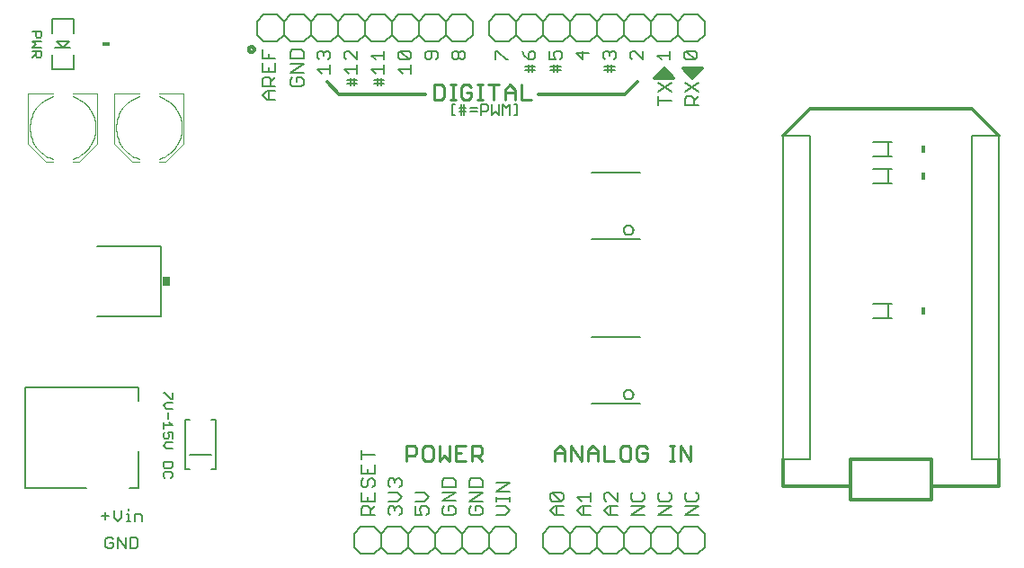
<source format=gto>
G75*
G70*
%OFA0B0*%
%FSLAX24Y24*%
%IPPOS*%
%LPD*%
%AMOC8*
5,1,8,0,0,1.08239X$1,22.5*
%
%ADD10C,0.0120*%
%ADD11C,0.0070*%
%ADD12C,0.0100*%
%ADD13C,0.0060*%
%ADD14C,0.0080*%
%ADD15R,0.0300X0.0340*%
%ADD16C,0.0040*%
%ADD17R,0.0300X0.0180*%
%ADD18R,0.0180X0.0300*%
D10*
X038240Y020883D02*
X038690Y020433D01*
X041890Y020433D01*
X046090Y020433D02*
X049290Y020433D01*
X049740Y020883D01*
X050390Y021033D02*
X050740Y021383D01*
X051090Y021033D01*
X050390Y021033D01*
X050540Y021083D02*
X050740Y021283D01*
X050940Y021083D01*
X050640Y021083D01*
X050790Y021183D01*
X051440Y021383D02*
X051790Y021033D01*
X052140Y021383D01*
X051440Y021383D01*
X051590Y021333D02*
X051990Y021333D01*
X051790Y021133D01*
X051640Y021283D01*
X051840Y021283D01*
X051790Y021233D02*
X051790Y021183D01*
X055140Y018883D02*
X056140Y019883D01*
X062140Y019883D01*
X063140Y018883D01*
X063140Y006883D02*
X063140Y005883D01*
X060640Y005883D01*
X060640Y006883D01*
X057640Y006883D01*
X057640Y005883D01*
X055140Y005883D01*
X055140Y006883D01*
X057640Y005883D02*
X057640Y005383D01*
X060640Y005383D01*
X060640Y005883D01*
X035340Y022083D02*
X035342Y022103D01*
X035348Y022121D01*
X035357Y022139D01*
X035369Y022154D01*
X035384Y022166D01*
X035402Y022175D01*
X035420Y022181D01*
X035440Y022183D01*
X035460Y022181D01*
X035478Y022175D01*
X035496Y022166D01*
X035511Y022154D01*
X035523Y022139D01*
X035532Y022121D01*
X035538Y022103D01*
X035540Y022083D01*
X035538Y022063D01*
X035532Y022045D01*
X035523Y022027D01*
X035511Y022012D01*
X035496Y022000D01*
X035478Y021991D01*
X035460Y021985D01*
X035440Y021983D01*
X035420Y021985D01*
X035402Y021991D01*
X035384Y022000D01*
X035369Y022012D01*
X035357Y022027D01*
X035348Y022045D01*
X035342Y022063D01*
X035340Y022083D01*
D11*
X035836Y022085D02*
X035836Y021758D01*
X036327Y021758D01*
X036327Y021569D02*
X036327Y021242D01*
X035836Y021242D01*
X035836Y021569D01*
X036082Y021406D02*
X036082Y021242D01*
X036082Y021054D02*
X036163Y020972D01*
X036163Y020727D01*
X036163Y020890D02*
X036327Y021054D01*
X036082Y021054D02*
X035918Y021054D01*
X035836Y020972D01*
X035836Y020727D01*
X036327Y020727D01*
X036327Y020538D02*
X036000Y020538D01*
X035836Y020374D01*
X036000Y020211D01*
X036327Y020211D01*
X036082Y020211D02*
X036082Y020538D01*
X036882Y020798D02*
X036964Y020717D01*
X037291Y020717D01*
X037372Y020798D01*
X037372Y020962D01*
X037291Y021044D01*
X037127Y021044D01*
X037127Y020880D01*
X036964Y021044D02*
X036882Y020962D01*
X036882Y020798D01*
X036882Y021232D02*
X037372Y021559D01*
X036882Y021559D01*
X036882Y021748D02*
X036882Y021993D01*
X036964Y022075D01*
X037291Y022075D01*
X037372Y021993D01*
X037372Y021748D01*
X036882Y021748D01*
X036082Y021758D02*
X036082Y021921D01*
X036882Y021232D02*
X037372Y021232D01*
X037875Y021351D02*
X038365Y021351D01*
X038365Y021514D02*
X038365Y021187D01*
X038038Y021187D02*
X037875Y021351D01*
X037956Y021703D02*
X037875Y021784D01*
X037875Y021948D01*
X037956Y022030D01*
X038038Y022030D01*
X038120Y021948D01*
X038202Y022030D01*
X038283Y022030D01*
X038365Y021948D01*
X038365Y021784D01*
X038283Y021703D01*
X038120Y021866D02*
X038120Y021948D01*
X038875Y021948D02*
X038875Y021784D01*
X038956Y021703D01*
X038875Y021948D02*
X038956Y022030D01*
X039038Y022030D01*
X039365Y021703D01*
X039365Y022030D01*
X039875Y021866D02*
X040038Y021703D01*
X039875Y021866D02*
X040365Y021866D01*
X040365Y021703D02*
X040365Y022030D01*
X040875Y021948D02*
X040956Y022030D01*
X041283Y021703D01*
X041365Y021784D01*
X041365Y021948D01*
X041283Y022030D01*
X040956Y022030D01*
X040875Y021948D02*
X040875Y021784D01*
X040956Y021703D01*
X041283Y021703D01*
X041365Y021514D02*
X041365Y021187D01*
X041365Y021351D02*
X040875Y021351D01*
X041038Y021187D01*
X040365Y021187D02*
X040365Y021514D01*
X040365Y021351D02*
X039875Y021351D01*
X040038Y021187D01*
X039365Y021187D02*
X039365Y021514D01*
X039365Y021351D02*
X038875Y021351D01*
X039038Y021187D01*
X041875Y021784D02*
X041956Y021703D01*
X042038Y021703D01*
X042120Y021784D01*
X042120Y022030D01*
X042283Y022030D02*
X041956Y022030D01*
X041875Y021948D01*
X041875Y021784D01*
X042283Y021703D02*
X042365Y021784D01*
X042365Y021948D01*
X042283Y022030D01*
X042875Y021948D02*
X042956Y022030D01*
X043038Y022030D01*
X043120Y021948D01*
X043120Y021784D01*
X043038Y021703D01*
X042956Y021703D01*
X042875Y021784D01*
X042875Y021948D01*
X043120Y021948D02*
X043202Y022030D01*
X043283Y022030D01*
X043365Y021948D01*
X043365Y021784D01*
X043283Y021703D01*
X043202Y021703D01*
X043120Y021784D01*
X044475Y021703D02*
X044475Y022030D01*
X044556Y022030D01*
X044883Y021703D01*
X044965Y021703D01*
X045475Y022030D02*
X045556Y021866D01*
X045720Y021703D01*
X045720Y021948D01*
X045802Y022030D01*
X045883Y022030D01*
X045965Y021948D01*
X045965Y021784D01*
X045883Y021703D01*
X045720Y021703D01*
X046475Y021703D02*
X046475Y022030D01*
X046638Y021948D02*
X046720Y022030D01*
X046883Y022030D01*
X046965Y021948D01*
X046965Y021784D01*
X046883Y021703D01*
X046720Y021703D02*
X046638Y021866D01*
X046638Y021948D01*
X046720Y021703D02*
X046475Y021703D01*
X047475Y021948D02*
X047720Y021703D01*
X047720Y022030D01*
X047965Y021948D02*
X047475Y021948D01*
X048475Y021948D02*
X048475Y021784D01*
X048556Y021703D01*
X048720Y021866D02*
X048720Y021948D01*
X048802Y022030D01*
X048883Y022030D01*
X048965Y021948D01*
X048965Y021784D01*
X048883Y021703D01*
X048720Y021948D02*
X048638Y022030D01*
X048556Y022030D01*
X048475Y021948D01*
X049475Y021948D02*
X049475Y021784D01*
X049556Y021703D01*
X049475Y021948D02*
X049556Y022030D01*
X049638Y022030D01*
X049965Y021703D01*
X049965Y022030D01*
X050475Y021866D02*
X050638Y021703D01*
X050475Y021866D02*
X050965Y021866D01*
X050965Y021703D02*
X050965Y022030D01*
X051475Y021948D02*
X051556Y022030D01*
X051883Y021703D01*
X051965Y021784D01*
X051965Y021948D01*
X051883Y022030D01*
X051556Y022030D01*
X051475Y021948D02*
X051475Y021784D01*
X051556Y021703D01*
X051883Y021703D01*
X039514Y007208D02*
X039514Y006881D01*
X039514Y007044D02*
X040005Y007044D01*
X040005Y006692D02*
X040005Y006365D01*
X039514Y006365D01*
X039514Y006692D01*
X039760Y006529D02*
X039760Y006365D01*
X039841Y006177D02*
X039923Y006177D01*
X040005Y006095D01*
X040005Y005931D01*
X039923Y005850D01*
X039760Y005931D02*
X039760Y006095D01*
X039841Y006177D01*
X039596Y006177D02*
X039514Y006095D01*
X039514Y005931D01*
X039596Y005850D01*
X039678Y005850D01*
X039760Y005931D01*
X040005Y005661D02*
X040005Y005334D01*
X039514Y005334D01*
X039514Y005661D01*
X039760Y005497D02*
X039760Y005334D01*
X039760Y005145D02*
X039841Y005063D01*
X039841Y004818D01*
X039841Y004982D02*
X040005Y005145D01*
X039760Y005145D02*
X039596Y005145D01*
X039514Y005063D01*
X039514Y004818D01*
X040005Y004818D01*
X040514Y004900D02*
X040514Y005063D01*
X040596Y005145D01*
X040678Y005145D01*
X040760Y005063D01*
X040841Y005145D01*
X040923Y005145D01*
X041005Y005063D01*
X041005Y004900D01*
X040923Y004818D01*
X040760Y004982D02*
X040760Y005063D01*
X040841Y005334D02*
X041005Y005497D01*
X040841Y005661D01*
X040514Y005661D01*
X040596Y005850D02*
X040514Y005931D01*
X040514Y006095D01*
X040596Y006176D01*
X040678Y006176D01*
X040760Y006095D01*
X040841Y006176D01*
X040923Y006176D01*
X041005Y006095D01*
X041005Y005931D01*
X040923Y005850D01*
X040760Y006013D02*
X040760Y006095D01*
X041514Y005661D02*
X041841Y005661D01*
X042005Y005497D01*
X041841Y005334D01*
X041514Y005334D01*
X041514Y005145D02*
X041514Y004818D01*
X041760Y004818D01*
X041678Y004982D01*
X041678Y005063D01*
X041760Y005145D01*
X041923Y005145D01*
X042005Y005063D01*
X042005Y004900D01*
X041923Y004818D01*
X042515Y004901D02*
X042597Y004819D01*
X042924Y004819D01*
X043005Y004901D01*
X043005Y005064D01*
X042924Y005146D01*
X042760Y005146D01*
X042760Y004983D01*
X042597Y005146D02*
X042515Y005064D01*
X042515Y004901D01*
X042515Y005335D02*
X043005Y005662D01*
X042515Y005662D01*
X042515Y005850D02*
X042515Y006096D01*
X042597Y006177D01*
X042924Y006177D01*
X043005Y006096D01*
X043005Y005850D01*
X042515Y005850D01*
X043515Y005850D02*
X043515Y006095D01*
X043596Y006177D01*
X043923Y006177D01*
X044005Y006095D01*
X044005Y005850D01*
X043515Y005850D01*
X043515Y005661D02*
X044005Y005661D01*
X043515Y005334D01*
X044005Y005334D01*
X043923Y005145D02*
X043760Y005145D01*
X043760Y004982D01*
X043923Y005145D02*
X044005Y005064D01*
X044005Y004900D01*
X043923Y004818D01*
X043596Y004818D01*
X043515Y004900D01*
X043515Y005064D01*
X043596Y005145D01*
X043005Y005335D02*
X042515Y005335D01*
X040841Y005334D02*
X040514Y005334D01*
X040514Y004900D02*
X040596Y004818D01*
X044515Y004818D02*
X044842Y004818D01*
X045005Y004982D01*
X044842Y005145D01*
X044515Y005145D01*
X044515Y005334D02*
X044515Y005497D01*
X044515Y005415D02*
X045005Y005415D01*
X045005Y005334D02*
X045005Y005497D01*
X045005Y005678D02*
X044515Y005678D01*
X045005Y006004D01*
X044515Y006004D01*
X046514Y005579D02*
X046596Y005661D01*
X046923Y005334D01*
X047005Y005416D01*
X047005Y005579D01*
X046923Y005661D01*
X046596Y005661D01*
X046514Y005579D02*
X046514Y005416D01*
X046596Y005334D01*
X046923Y005334D01*
X047005Y005146D02*
X046678Y005146D01*
X046514Y004982D01*
X046678Y004819D01*
X047005Y004819D01*
X046759Y004819D02*
X046759Y005146D01*
X047514Y004982D02*
X047678Y005145D01*
X048005Y005145D01*
X048005Y005334D02*
X048005Y005661D01*
X048005Y005497D02*
X047514Y005497D01*
X047678Y005334D01*
X047759Y005145D02*
X047759Y004818D01*
X047678Y004818D02*
X047514Y004982D01*
X047678Y004818D02*
X048005Y004818D01*
X048515Y004982D02*
X048678Y005145D01*
X049005Y005145D01*
X049005Y005334D02*
X048678Y005661D01*
X048596Y005661D01*
X048515Y005579D01*
X048515Y005416D01*
X048596Y005334D01*
X048760Y005145D02*
X048760Y004818D01*
X048678Y004818D02*
X048515Y004982D01*
X048678Y004818D02*
X049005Y004818D01*
X049515Y004818D02*
X050005Y005145D01*
X049515Y005145D01*
X049596Y005334D02*
X049515Y005416D01*
X049515Y005579D01*
X049596Y005661D01*
X049596Y005334D02*
X049923Y005334D01*
X050005Y005416D01*
X050005Y005579D01*
X049923Y005661D01*
X050515Y005579D02*
X050515Y005416D01*
X050596Y005334D01*
X050923Y005334D01*
X051005Y005416D01*
X051005Y005579D01*
X050923Y005661D01*
X050596Y005661D02*
X050515Y005579D01*
X050515Y005145D02*
X051005Y005145D01*
X050515Y004818D01*
X051005Y004818D01*
X051515Y004818D02*
X052005Y005145D01*
X051515Y005145D01*
X051596Y005334D02*
X051923Y005334D01*
X052005Y005416D01*
X052005Y005579D01*
X051923Y005661D01*
X051596Y005661D02*
X051515Y005579D01*
X051515Y005416D01*
X051596Y005334D01*
X051515Y004818D02*
X052005Y004818D01*
X050005Y004818D02*
X049515Y004818D01*
X049005Y005334D02*
X049005Y005661D01*
D12*
X048887Y006833D02*
X048513Y006833D01*
X048513Y007394D01*
X048279Y007207D02*
X048279Y006833D01*
X048279Y007114D02*
X047905Y007114D01*
X047905Y007207D02*
X048092Y007394D01*
X048279Y007207D01*
X047905Y007207D02*
X047905Y006833D01*
X047671Y006833D02*
X047671Y007394D01*
X047298Y007394D02*
X047671Y006833D01*
X047298Y006833D02*
X047298Y007394D01*
X047064Y007207D02*
X047064Y006833D01*
X047064Y007114D02*
X046690Y007114D01*
X046690Y007207D02*
X046877Y007394D01*
X047064Y007207D01*
X046690Y007207D02*
X046690Y006833D01*
X049121Y006927D02*
X049214Y006833D01*
X049401Y006833D01*
X049495Y006927D01*
X049495Y007300D01*
X049401Y007394D01*
X049214Y007394D01*
X049121Y007300D01*
X049121Y006927D01*
X049729Y006927D02*
X049729Y007300D01*
X049822Y007394D01*
X050009Y007394D01*
X050102Y007300D01*
X050102Y007114D02*
X049915Y007114D01*
X050102Y007114D02*
X050102Y006927D01*
X050009Y006833D01*
X049822Y006833D01*
X049729Y006927D01*
X050944Y006833D02*
X051131Y006833D01*
X051037Y006833D02*
X051037Y007394D01*
X050944Y007394D02*
X051131Y007394D01*
X051349Y007394D02*
X051723Y006833D01*
X051723Y007394D01*
X051349Y007394D02*
X051349Y006833D01*
X043995Y006833D02*
X043808Y007020D01*
X043901Y007020D02*
X043621Y007020D01*
X043621Y006833D02*
X043621Y007394D01*
X043901Y007394D01*
X043995Y007300D01*
X043995Y007114D01*
X043901Y007020D01*
X043387Y006833D02*
X043013Y006833D01*
X043013Y007394D01*
X043387Y007394D01*
X043200Y007114D02*
X043013Y007114D01*
X042779Y007394D02*
X042779Y006833D01*
X042592Y007020D01*
X042405Y006833D01*
X042405Y007394D01*
X042171Y007300D02*
X042078Y007394D01*
X041891Y007394D01*
X041798Y007300D01*
X041798Y006927D01*
X041891Y006833D01*
X042078Y006833D01*
X042171Y006927D01*
X042171Y007300D01*
X041564Y007300D02*
X041470Y007394D01*
X041190Y007394D01*
X041190Y006833D01*
X041190Y007020D02*
X041470Y007020D01*
X041564Y007114D01*
X041564Y007300D01*
X042204Y020219D02*
X042485Y020219D01*
X042578Y020313D01*
X042578Y020686D01*
X042485Y020780D01*
X042204Y020780D01*
X042204Y020219D01*
X042812Y020219D02*
X042999Y020219D01*
X042905Y020219D02*
X042905Y020780D01*
X042812Y020780D02*
X042999Y020780D01*
X043217Y020686D02*
X043311Y020780D01*
X043497Y020780D01*
X043591Y020686D01*
X043591Y020499D02*
X043404Y020499D01*
X043591Y020499D02*
X043591Y020313D01*
X043497Y020219D01*
X043311Y020219D01*
X043217Y020313D01*
X043217Y020686D01*
X043825Y020780D02*
X044012Y020780D01*
X043918Y020780D02*
X043918Y020219D01*
X043825Y020219D02*
X044012Y020219D01*
X044417Y020219D02*
X044417Y020780D01*
X044230Y020780D02*
X044604Y020780D01*
X044838Y020593D02*
X045025Y020780D01*
X045211Y020593D01*
X045211Y020219D01*
X045445Y020219D02*
X045819Y020219D01*
X045445Y020219D02*
X045445Y020780D01*
X045211Y020499D02*
X044838Y020499D01*
X044838Y020593D02*
X044838Y020219D01*
D13*
X044761Y020044D02*
X044887Y019917D01*
X045014Y020044D01*
X045014Y019663D01*
X045166Y019663D02*
X045293Y019663D01*
X045293Y020044D01*
X045166Y020044D01*
X044761Y020044D02*
X044761Y019663D01*
X044609Y019663D02*
X044609Y020044D01*
X044356Y020044D02*
X044356Y019663D01*
X044482Y019790D01*
X044609Y019663D01*
X044204Y019853D02*
X044204Y019980D01*
X044141Y020044D01*
X043950Y020044D01*
X043950Y019663D01*
X043950Y019790D02*
X044141Y019790D01*
X044204Y019853D01*
X043799Y019790D02*
X043545Y019790D01*
X043545Y019917D02*
X043799Y019917D01*
X043394Y019917D02*
X043330Y019917D01*
X043140Y019917D01*
X043140Y019790D02*
X043394Y019790D01*
X043330Y019663D02*
X043330Y020044D01*
X043203Y020044D02*
X043203Y019663D01*
X042997Y019663D02*
X042870Y019663D01*
X042870Y020044D01*
X042997Y020044D01*
X040360Y020827D02*
X039980Y020827D01*
X039980Y020953D02*
X040360Y020953D01*
X040233Y021017D02*
X040233Y020763D01*
X040106Y020763D02*
X040106Y020953D01*
X040106Y021017D01*
X039360Y020953D02*
X038980Y020953D01*
X038980Y020827D02*
X039360Y020827D01*
X039233Y020763D02*
X039233Y021017D01*
X039106Y021017D02*
X039106Y020953D01*
X039106Y020763D01*
X038890Y022383D02*
X038640Y022633D01*
X038640Y023133D01*
X038890Y023383D01*
X039390Y023383D01*
X039640Y023133D01*
X039890Y023383D01*
X040390Y023383D01*
X040640Y023133D01*
X040890Y023383D01*
X041390Y023383D01*
X041640Y023133D01*
X041890Y023383D01*
X042390Y023383D01*
X042640Y023133D01*
X042890Y023383D01*
X043390Y023383D01*
X043640Y023133D01*
X043640Y022633D01*
X043390Y022383D01*
X042890Y022383D01*
X042640Y022633D01*
X042390Y022383D01*
X041890Y022383D01*
X041640Y022633D01*
X041640Y023133D01*
X042640Y023133D02*
X042640Y022633D01*
X041640Y022633D02*
X041390Y022383D01*
X040890Y022383D01*
X040640Y022633D01*
X040390Y022383D01*
X039890Y022383D01*
X039640Y022633D01*
X039390Y022383D01*
X038890Y022383D01*
X038640Y022633D02*
X038390Y022383D01*
X037890Y022383D01*
X037640Y022633D01*
X037390Y022383D01*
X036890Y022383D01*
X036640Y022633D01*
X036390Y022383D01*
X035890Y022383D01*
X035640Y022633D01*
X035640Y023133D01*
X035890Y023383D01*
X036390Y023383D01*
X036640Y023133D01*
X036890Y023383D01*
X037390Y023383D01*
X037640Y023133D01*
X037890Y023383D01*
X038390Y023383D01*
X038640Y023133D01*
X037640Y023133D02*
X037640Y022633D01*
X036640Y022633D02*
X036640Y023133D01*
X039640Y023133D02*
X039640Y022633D01*
X040640Y022633D02*
X040640Y023133D01*
X044240Y023133D02*
X044240Y022633D01*
X044490Y022383D01*
X044990Y022383D01*
X045240Y022633D01*
X045240Y023133D01*
X044990Y023383D01*
X044490Y023383D01*
X044240Y023133D01*
X045240Y023133D02*
X045490Y023383D01*
X045990Y023383D01*
X046240Y023133D01*
X046490Y023383D01*
X046990Y023383D01*
X047240Y023133D01*
X047490Y023383D01*
X047990Y023383D01*
X048240Y023133D01*
X048490Y023383D01*
X048990Y023383D01*
X049240Y023133D01*
X049490Y023383D01*
X049990Y023383D01*
X050240Y023133D01*
X050490Y023383D01*
X050990Y023383D01*
X051240Y023133D01*
X051490Y023383D01*
X051990Y023383D01*
X052240Y023133D01*
X052240Y022633D01*
X051990Y022383D01*
X051490Y022383D01*
X051240Y022633D01*
X050990Y022383D01*
X050490Y022383D01*
X050240Y022633D01*
X050240Y023133D01*
X051240Y023133D02*
X051240Y022633D01*
X050240Y022633D02*
X049990Y022383D01*
X049490Y022383D01*
X049240Y022633D01*
X048990Y022383D01*
X048490Y022383D01*
X048240Y022633D01*
X047990Y022383D01*
X047490Y022383D01*
X047240Y022633D01*
X047240Y023133D01*
X046240Y023133D02*
X046240Y022633D01*
X045990Y022383D01*
X045490Y022383D01*
X045240Y022633D01*
X046240Y022633D02*
X046490Y022383D01*
X046990Y022383D01*
X047240Y022633D01*
X048240Y022633D02*
X048240Y023133D01*
X049240Y023133D02*
X049240Y022633D01*
X048783Y021517D02*
X048783Y021263D01*
X048656Y021263D02*
X048656Y021453D01*
X048656Y021517D01*
X048530Y021453D02*
X048910Y021453D01*
X048910Y021327D02*
X048530Y021327D01*
X046910Y021327D02*
X046530Y021327D01*
X046530Y021453D02*
X046910Y021453D01*
X046783Y021517D02*
X046783Y021263D01*
X046656Y021263D02*
X046656Y021453D01*
X046656Y021517D01*
X045960Y021453D02*
X045580Y021453D01*
X045580Y021327D02*
X045960Y021327D01*
X045833Y021263D02*
X045833Y021517D01*
X045706Y021517D02*
X045706Y021453D01*
X045706Y021263D01*
X050508Y020867D02*
X051008Y020534D01*
X051008Y020867D02*
X050508Y020534D01*
X050508Y020352D02*
X050508Y020018D01*
X050508Y020185D02*
X051008Y020185D01*
X051510Y020264D02*
X051593Y020347D01*
X051760Y020347D01*
X051843Y020264D01*
X051843Y020013D01*
X052010Y020013D02*
X051510Y020013D01*
X051510Y020264D01*
X051510Y020529D02*
X052010Y020863D01*
X052010Y020529D02*
X051510Y020863D01*
X052010Y020347D02*
X051843Y020180D01*
X049839Y017529D02*
X048041Y017529D01*
X049240Y015387D02*
X049242Y015413D01*
X049248Y015439D01*
X049257Y015463D01*
X049270Y015486D01*
X049286Y015507D01*
X049305Y015525D01*
X049326Y015541D01*
X049350Y015553D01*
X049374Y015561D01*
X049400Y015566D01*
X049427Y015567D01*
X049453Y015564D01*
X049478Y015557D01*
X049502Y015547D01*
X049525Y015533D01*
X049545Y015517D01*
X049562Y015497D01*
X049577Y015475D01*
X049588Y015451D01*
X049596Y015426D01*
X049600Y015400D01*
X049600Y015374D01*
X049596Y015348D01*
X049588Y015323D01*
X049577Y015299D01*
X049562Y015277D01*
X049545Y015257D01*
X049525Y015241D01*
X049502Y015227D01*
X049478Y015217D01*
X049453Y015210D01*
X049427Y015207D01*
X049400Y015208D01*
X049374Y015213D01*
X049350Y015221D01*
X049326Y015233D01*
X049305Y015249D01*
X049286Y015267D01*
X049270Y015288D01*
X049257Y015311D01*
X049248Y015335D01*
X049242Y015361D01*
X049240Y015387D01*
X049839Y015037D02*
X048041Y015037D01*
X048041Y011429D02*
X049839Y011429D01*
X049240Y009287D02*
X049242Y009313D01*
X049248Y009339D01*
X049257Y009363D01*
X049270Y009386D01*
X049286Y009407D01*
X049305Y009425D01*
X049326Y009441D01*
X049350Y009453D01*
X049374Y009461D01*
X049400Y009466D01*
X049427Y009467D01*
X049453Y009464D01*
X049478Y009457D01*
X049502Y009447D01*
X049525Y009433D01*
X049545Y009417D01*
X049562Y009397D01*
X049577Y009375D01*
X049588Y009351D01*
X049596Y009326D01*
X049600Y009300D01*
X049600Y009274D01*
X049596Y009248D01*
X049588Y009223D01*
X049577Y009199D01*
X049562Y009177D01*
X049545Y009157D01*
X049525Y009141D01*
X049502Y009127D01*
X049478Y009117D01*
X049453Y009110D01*
X049427Y009107D01*
X049400Y009108D01*
X049374Y009113D01*
X049350Y009121D01*
X049326Y009133D01*
X049305Y009149D01*
X049286Y009167D01*
X049270Y009188D01*
X049257Y009211D01*
X049248Y009235D01*
X049242Y009261D01*
X049240Y009287D01*
X049839Y008937D02*
X048041Y008937D01*
X047990Y004383D02*
X047490Y004383D01*
X047240Y004133D01*
X047240Y003633D01*
X047490Y003383D01*
X047990Y003383D01*
X048240Y003633D01*
X048240Y004133D01*
X047990Y004383D01*
X048240Y004133D02*
X048490Y004383D01*
X048990Y004383D01*
X049240Y004133D01*
X049490Y004383D01*
X049990Y004383D01*
X050240Y004133D01*
X050490Y004383D01*
X050990Y004383D01*
X051240Y004133D01*
X051490Y004383D01*
X051990Y004383D01*
X052240Y004133D01*
X052240Y003633D01*
X051990Y003383D01*
X051490Y003383D01*
X051240Y003633D01*
X050990Y003383D01*
X050490Y003383D01*
X050240Y003633D01*
X049990Y003383D01*
X049490Y003383D01*
X049240Y003633D01*
X048990Y003383D01*
X048490Y003383D01*
X048240Y003633D01*
X049240Y003633D02*
X049240Y004133D01*
X050240Y004133D02*
X050240Y003633D01*
X051240Y003633D02*
X051240Y004133D01*
X047240Y004133D02*
X046990Y004383D01*
X046490Y004383D01*
X046240Y004133D01*
X046240Y003633D01*
X046490Y003383D01*
X046990Y003383D01*
X047240Y003633D01*
X045240Y003633D02*
X044990Y003383D01*
X044490Y003383D01*
X044240Y003633D01*
X043990Y003383D01*
X043490Y003383D01*
X043240Y003633D01*
X042990Y003383D01*
X042490Y003383D01*
X042240Y003633D01*
X041990Y003383D01*
X041490Y003383D01*
X041240Y003633D01*
X040990Y003383D01*
X040490Y003383D01*
X040240Y003633D01*
X039990Y003383D01*
X039490Y003383D01*
X039240Y003633D01*
X039240Y004133D01*
X039490Y004383D01*
X039990Y004383D01*
X040240Y004133D01*
X040490Y004383D01*
X040990Y004383D01*
X041240Y004133D01*
X041240Y003633D01*
X042240Y003633D02*
X042240Y004133D01*
X042490Y004383D01*
X042990Y004383D01*
X043240Y004133D01*
X043490Y004383D01*
X043990Y004383D01*
X044240Y004133D01*
X044490Y004383D01*
X044990Y004383D01*
X045240Y004133D01*
X045240Y003633D01*
X044240Y003633D02*
X044240Y004133D01*
X043240Y004133D02*
X043240Y003633D01*
X042240Y004133D02*
X041990Y004383D01*
X041490Y004383D01*
X041240Y004133D01*
X040240Y004133D02*
X040240Y003633D01*
X032510Y006237D02*
X032510Y006350D01*
X032454Y006407D01*
X032227Y006407D01*
X032170Y006350D01*
X032170Y006237D01*
X032227Y006180D01*
X032454Y006180D02*
X032510Y006237D01*
X032454Y006548D02*
X032227Y006548D01*
X032170Y006605D01*
X032170Y006775D01*
X032510Y006775D01*
X032510Y006605D01*
X032454Y006548D01*
X032510Y007285D02*
X032283Y007285D01*
X032170Y007398D01*
X032283Y007512D01*
X032510Y007512D01*
X032510Y007653D02*
X032510Y007880D01*
X032340Y007880D01*
X032397Y007767D01*
X032397Y007710D01*
X032340Y007653D01*
X032227Y007653D01*
X032170Y007710D01*
X032170Y007823D01*
X032227Y007880D01*
X032170Y008022D02*
X032170Y008248D01*
X032170Y008135D02*
X032510Y008135D01*
X032397Y008248D01*
X032340Y008390D02*
X032340Y008617D01*
X032283Y008758D02*
X032510Y008758D01*
X032283Y008758D02*
X032170Y008872D01*
X032283Y008985D01*
X032510Y008985D01*
X032510Y009126D02*
X032454Y009126D01*
X032227Y009353D01*
X032170Y009353D01*
X032510Y009353D02*
X032510Y009126D01*
X027604Y021790D02*
X027490Y021790D01*
X027433Y021847D01*
X027433Y022017D01*
X027320Y022017D02*
X027660Y022017D01*
X027660Y021847D01*
X027604Y021790D01*
X027433Y021903D02*
X027320Y021790D01*
X027320Y022158D02*
X027660Y022158D01*
X027660Y022385D02*
X027320Y022385D01*
X027433Y022272D01*
X027320Y022158D01*
X027490Y022526D02*
X027433Y022583D01*
X027433Y022753D01*
X027320Y022753D02*
X027660Y022753D01*
X027660Y022583D01*
X027604Y022526D01*
X027490Y022526D01*
D14*
X027060Y005816D02*
X027060Y005804D01*
X027060Y005816D02*
X029305Y005816D01*
X030919Y005816D02*
X031234Y005816D01*
X031234Y007194D01*
X032969Y006528D02*
X032969Y008339D01*
X033146Y008339D01*
X033934Y008339D02*
X034111Y008339D01*
X034111Y006528D01*
X033934Y006528D01*
X033934Y007040D02*
X033146Y007040D01*
X033146Y006528D02*
X032969Y006528D01*
X031318Y004854D02*
X031388Y004784D01*
X031388Y004573D01*
X031108Y004573D02*
X031108Y004854D01*
X031318Y004854D01*
X030871Y004854D02*
X030871Y004573D01*
X030801Y004573D02*
X030941Y004573D01*
X030871Y004854D02*
X030801Y004854D01*
X030871Y004994D02*
X030871Y005064D01*
X030621Y004994D02*
X030621Y004713D01*
X030481Y004573D01*
X030340Y004713D01*
X030340Y004994D01*
X030160Y004784D02*
X029880Y004784D01*
X030020Y004924D02*
X030020Y004643D01*
X030100Y003994D02*
X030030Y003924D01*
X030030Y003643D01*
X030100Y003573D01*
X030240Y003573D01*
X030310Y003643D01*
X030310Y003784D01*
X030170Y003784D01*
X030310Y003924D02*
X030240Y003994D01*
X030100Y003994D01*
X030490Y003994D02*
X030771Y003573D01*
X030771Y003994D01*
X030951Y003994D02*
X031161Y003994D01*
X031231Y003924D01*
X031231Y003643D01*
X031161Y003573D01*
X030951Y003573D01*
X030951Y003994D01*
X030490Y003994D02*
X030490Y003573D01*
X027060Y005816D02*
X027060Y009556D01*
X031234Y009556D01*
X031234Y009044D01*
X032090Y012193D02*
X029730Y012193D01*
X032090Y012193D02*
X032090Y014773D01*
X029730Y014773D01*
X028834Y021338D02*
X028046Y021338D01*
X028046Y021890D01*
X028164Y022165D02*
X028440Y022165D01*
X028204Y022401D01*
X028676Y022401D01*
X028440Y022165D01*
X028716Y022165D01*
X028834Y021890D02*
X028834Y021338D01*
X028834Y022677D02*
X028834Y023228D01*
X028046Y023228D01*
X028046Y022677D01*
X055140Y018883D02*
X055140Y006883D01*
X056140Y006883D01*
X056140Y018883D01*
X055140Y018883D01*
X058486Y018639D02*
X059037Y018639D01*
X059037Y018127D01*
X058486Y018127D01*
X058486Y017639D02*
X059037Y017639D01*
X059037Y017127D01*
X058486Y017127D01*
X059037Y017127D02*
X059194Y017127D01*
X059194Y017639D02*
X059037Y017639D01*
X059037Y018127D02*
X059194Y018127D01*
X059194Y018639D02*
X059037Y018639D01*
X062140Y018883D02*
X063140Y018883D01*
X063140Y006883D01*
X062140Y006883D01*
X062140Y018883D01*
X059194Y012639D02*
X059037Y012639D01*
X059037Y012127D01*
X058486Y012127D01*
X059037Y012127D02*
X059194Y012127D01*
X059037Y012639D02*
X058486Y012639D01*
D15*
X032280Y013483D03*
D16*
X032250Y017904D02*
X032014Y017904D01*
X032250Y017904D02*
X032920Y018573D01*
X032920Y020463D01*
X032014Y020463D01*
X031266Y020463D02*
X030360Y020463D01*
X030360Y018573D01*
X031030Y017904D01*
X031266Y017904D01*
X029720Y018573D02*
X029050Y017904D01*
X028814Y017904D01*
X028066Y017904D02*
X027830Y017904D01*
X027160Y018573D01*
X027160Y020463D01*
X028066Y020463D01*
X028814Y020463D02*
X029720Y020463D01*
X029720Y018573D01*
X028066Y018022D02*
X028002Y018044D01*
X027939Y018071D01*
X027877Y018101D01*
X027818Y018134D01*
X027760Y018170D01*
X027704Y018210D01*
X027651Y018253D01*
X027600Y018298D01*
X027552Y018346D01*
X027507Y018397D01*
X027464Y018451D01*
X027425Y018507D01*
X027388Y018564D01*
X027355Y018624D01*
X027326Y018686D01*
X027300Y018749D01*
X027277Y018813D01*
X027258Y018879D01*
X027243Y018946D01*
X027232Y019013D01*
X027224Y019081D01*
X027220Y019149D01*
X027220Y019217D01*
X027224Y019285D01*
X027232Y019353D01*
X027243Y019420D01*
X027258Y019487D01*
X027277Y019553D01*
X027300Y019617D01*
X027326Y019680D01*
X027355Y019742D01*
X027388Y019802D01*
X027425Y019859D01*
X027464Y019915D01*
X027507Y019969D01*
X027552Y020020D01*
X027600Y020068D01*
X027651Y020113D01*
X027704Y020156D01*
X027760Y020196D01*
X027818Y020232D01*
X027877Y020265D01*
X027939Y020295D01*
X028002Y020322D01*
X028066Y020344D01*
X028814Y020344D02*
X028878Y020322D01*
X028941Y020295D01*
X029003Y020265D01*
X029062Y020232D01*
X029120Y020196D01*
X029176Y020156D01*
X029229Y020113D01*
X029280Y020068D01*
X029328Y020020D01*
X029373Y019969D01*
X029416Y019915D01*
X029455Y019859D01*
X029492Y019802D01*
X029525Y019742D01*
X029554Y019680D01*
X029580Y019617D01*
X029603Y019553D01*
X029622Y019487D01*
X029637Y019420D01*
X029648Y019353D01*
X029656Y019285D01*
X029660Y019217D01*
X029660Y019149D01*
X029656Y019081D01*
X029648Y019013D01*
X029637Y018946D01*
X029622Y018879D01*
X029603Y018813D01*
X029580Y018749D01*
X029554Y018686D01*
X029525Y018624D01*
X029492Y018564D01*
X029455Y018507D01*
X029416Y018451D01*
X029373Y018397D01*
X029328Y018346D01*
X029280Y018298D01*
X029229Y018253D01*
X029176Y018210D01*
X029120Y018170D01*
X029062Y018134D01*
X029003Y018101D01*
X028941Y018071D01*
X028878Y018044D01*
X028814Y018022D01*
X032014Y018022D02*
X032078Y018044D01*
X032141Y018071D01*
X032203Y018101D01*
X032262Y018134D01*
X032320Y018170D01*
X032376Y018210D01*
X032429Y018253D01*
X032480Y018298D01*
X032528Y018346D01*
X032573Y018397D01*
X032616Y018451D01*
X032655Y018507D01*
X032692Y018564D01*
X032725Y018624D01*
X032754Y018686D01*
X032780Y018749D01*
X032803Y018813D01*
X032822Y018879D01*
X032837Y018946D01*
X032848Y019013D01*
X032856Y019081D01*
X032860Y019149D01*
X032860Y019217D01*
X032856Y019285D01*
X032848Y019353D01*
X032837Y019420D01*
X032822Y019487D01*
X032803Y019553D01*
X032780Y019617D01*
X032754Y019680D01*
X032725Y019742D01*
X032692Y019802D01*
X032655Y019859D01*
X032616Y019915D01*
X032573Y019969D01*
X032528Y020020D01*
X032480Y020068D01*
X032429Y020113D01*
X032376Y020156D01*
X032320Y020196D01*
X032262Y020232D01*
X032203Y020265D01*
X032141Y020295D01*
X032078Y020322D01*
X032014Y020344D01*
X031266Y020344D02*
X031202Y020322D01*
X031139Y020295D01*
X031077Y020265D01*
X031018Y020232D01*
X030960Y020196D01*
X030904Y020156D01*
X030851Y020113D01*
X030800Y020068D01*
X030752Y020020D01*
X030707Y019969D01*
X030664Y019915D01*
X030625Y019859D01*
X030588Y019802D01*
X030555Y019742D01*
X030526Y019680D01*
X030500Y019617D01*
X030477Y019553D01*
X030458Y019487D01*
X030443Y019420D01*
X030432Y019353D01*
X030424Y019285D01*
X030420Y019217D01*
X030420Y019149D01*
X030424Y019081D01*
X030432Y019013D01*
X030443Y018946D01*
X030458Y018879D01*
X030477Y018813D01*
X030500Y018749D01*
X030526Y018686D01*
X030555Y018624D01*
X030588Y018564D01*
X030625Y018507D01*
X030664Y018451D01*
X030707Y018397D01*
X030752Y018346D01*
X030800Y018298D01*
X030851Y018253D01*
X030904Y018210D01*
X030960Y018170D01*
X031018Y018134D01*
X031077Y018101D01*
X031139Y018071D01*
X031202Y018044D01*
X031266Y018022D01*
D17*
X030040Y022283D03*
D18*
X060340Y018383D03*
X060340Y017383D03*
X060340Y012383D03*
M02*

</source>
